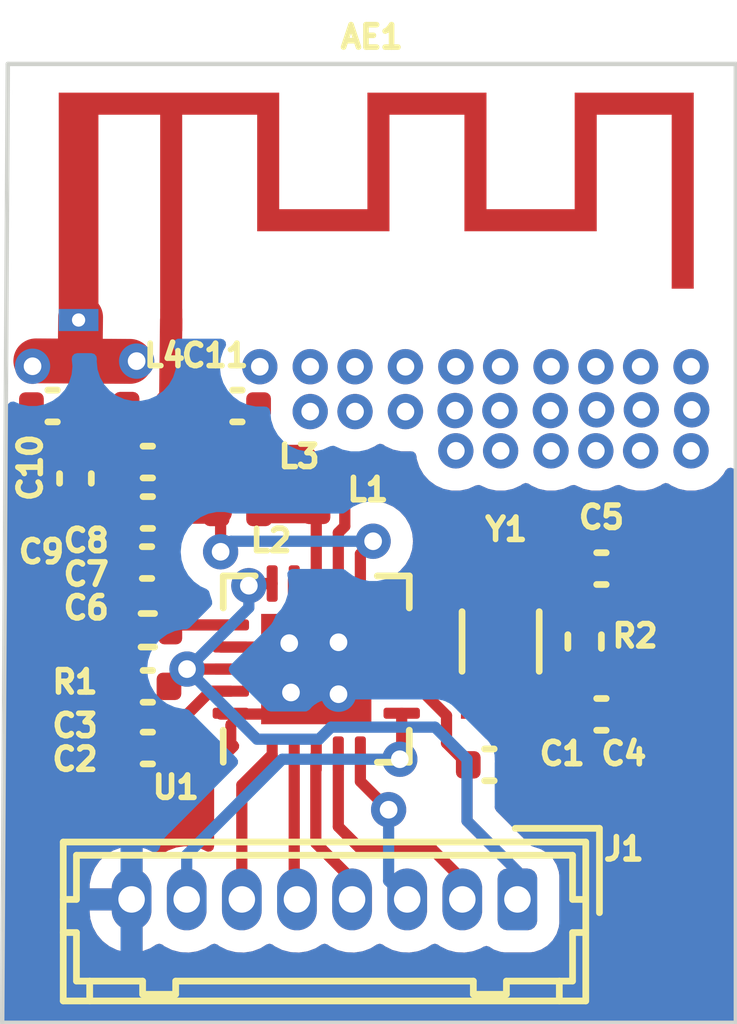
<source format=kicad_pcb>
(kicad_pcb (version 20221018) (generator pcbnew)
  (layers (0 "F.Cu" signal) (31 "B.Cu" signal) (34 "B.Paste" user) (35 "F.Paste" user) (36 "B.SilkS" user "B.Silkscreen") (37 "F.SilkS" user "F.Silkscreen") (38 "B.Mask" user) (39 "F.Mask" user) (44 "Edge.Cuts" user))
  (net 0 "")
  (net 1 "Net-(AE1-A)")
  (net 2 "VDD")
  (net 3 "GND")
  (net 4 "Net-(U1-DVDD)")
  (net 5 "Net-(U1-XC2)")
  (net 6 "Net-(U1-XC1)")
  (net 7 "Net-(U1-VDD_PA)")
  (net 8 "Net-(C8-Pad1)")
  (net 9 "Net-(C10-Pad2)")
  (net 10 "Net-(J1-Pin_2)")
  (net 11 "Net-(J1-Pin_3)")
  (net 12 "Net-(J1-Pin_4)")
  (net 13 "Net-(J1-Pin_5)")
  (net 14 "Net-(J1-Pin_6)")
  (net 15 "Net-(J1-Pin_7)")
  (net 16 "Net-(U1-ANT1)")
  (net 17 "Net-(U1-ANT2)")
  (net 18 "Net-(U1-IREF)")
  (footprint "Inductor_SMD:L_0402_1005Metric" (layer "F.Cu") (at 127.795 83.683 180)
    (fp_text reference "L3" (at -1.364 -0.01) (layer "F.SilkS") (effects (font (size 0.508 0.508) (thickness 0.1524))))
    (fp_text value "3n9")
    (pad "1" smd roundrect (at -0.485 0 180) (size 0.59 0.64) (layers "F.Cu" "F.Paste" "F.Mask") (net 16 "Net-(U1-ANT1)"))
    (pad "2" smd roundrect (at 0.485 0 180) (size 0.59 0.64) (layers "F.Cu" "F.Paste" "F.Mask") (net 8 "Net-(C8-Pad1)"))
  )
  (footprint "Connector_Hirose:Hirose_DF13-08P-1.25DSA_1x08_P1.25mm_Vertical" (layer "F.Cu") (at 134.112 93.726 180)
    (fp_text reference "J1" (at -2.413 1.143) (layer "F.SilkS") (effects (font (size 0.508 0.508) (thickness 0.1524))))
    (fp_text value "Conn_01x08_Pin")
    (fp_line (start -1.86 -0.3) (end -1.86 1.61) (stroke (width 0.1524)) (layer "F.SilkS"))
    (fp_line (start -1.86 1.61) (end 0.05 1.61) (stroke (width 0.1524)) (layer "F.SilkS"))
    (fp_line (start -1.55 -2.3) (end -1.55 1.3) (stroke (width 0.1524)) (layer "F.SilkS"))
    (fp_line (start -1.55 -0.75) (end -1.25 -0.75) (stroke (width 0.1524)) (layer "F.SilkS"))
    (fp_line (start -1.55 0) (end -1.25 0) (stroke (width 0.1524)) (layer "F.SilkS"))
    (fp_line (start -1.55 1.3) (end 10.3 1.3) (stroke (width 0.1524)) (layer "F.SilkS"))
    (fp_line (start -1.25 -1.85) (end -0.95 -1.85) (stroke (width 0.1524)) (layer "F.SilkS"))
    (fp_line (start -1.25 -0.75) (end -1.25 -1.85) (stroke (width 0.1524)) (layer "F.SilkS"))
    (fp_line (start -1.25 0) (end -1.25 1) (stroke (width 0.1524)) (layer "F.SilkS"))
    (fp_line (start -1.25 1) (end 10 1) (stroke (width 0.1524)) (layer "F.SilkS"))
    (fp_line (start -0.95 -1.85) (end -0.95 -2.3) (stroke (width 0.1524)) (layer "F.SilkS"))
    (fp_line (start -0.95 -1.85) (end 0.25 -1.85) (stroke (width 0.1524)) (layer "F.SilkS"))
    (fp_line (start 0.25 -2.15) (end 1 -2.15) (stroke (width 0.1524)) (layer "F.SilkS"))
    (fp_line (start 0.25 -1.85) (end 0.25 -2.15) (stroke (width 0.1524)) (layer "F.SilkS"))
    (fp_line (start 1 -2.15) (end 1 -1.85) (stroke (width 0.1524)) (layer "F.SilkS"))
    (fp_line (start 1 -1.85) (end 7.75 -1.85) (stroke (width 0.1524)) (layer "F.SilkS"))
    (fp_line (start 7.75 -2.15) (end 8.5 -2.15) (stroke (width 0.1524)) (layer "F.SilkS"))
    (fp_line (start 7.75 -1.85) (end 7.75 -2.15) (stroke (width 0.1524)) (layer "F.SilkS"))
    (fp_line (start 8.5 -2.15) (end 8.5 -1.85) (stroke (width 0.1524)) (layer "F.SilkS"))
    (fp_line (start 8.5 -1.85) (end 9.7 -1.85) (stroke (width 0.1524)) (layer "F.SilkS"))
    (fp_line (start 9.7 -1.85) (end 9.7 -2.3) (stroke (width 0.1524)) (layer "F.SilkS"))
    (fp_line (start 10 -1.85) (end 9.7 -1.85) (stroke (width 0.1524)) (layer "F.SilkS"))
    (fp_line (start 10 -0.75) (end 10 -1.85) (stroke (width 0.1524)) (layer "F.SilkS"))
    (fp_line (start 10 0) (end 10.3 0) (stroke (width 0.1524)) (layer "F.SilkS"))
    (fp_line (start 10 1) (end 10 0) (stroke (width 0.1524)) (layer "F.SilkS"))
    (fp_line (start 10.3 -2.3) (end -1.55 -2.3) (stroke (width 0.1524)) (layer "F.SilkS"))
    (fp_line (start 10.3 -0.75) (end 10 -0.75) (stroke (width 0.1524)) (layer "F.SilkS"))
    (fp_line (start 10.3 1.3) (end 10.3 -2.3) (stroke (width 0.1524)) (layer "F.SilkS"))
    (pad "1" thru_hole roundrect (at 0 0 180) (size 0.9 1.4) (drill 0.6) (layers "*.Cu" "*.Mask") (net 2 "VDD"))
    (pad "2" thru_hole oval (at 1.25 0 180) (size 0.9 1.4) (drill 0.6) (layers "*.Cu" "*.Mask") (net 10 "Net-(J1-Pin_2)"))
    (pad "3" thru_hole oval (at 2.5 0 180) (size 0.9 1.4) (drill 0.6) (layers "*.Cu" "*.Mask") (net 11 "Net-(J1-Pin_3)"))
    (pad "4" thru_hole oval (at 3.75 0 180) (size 0.9 1.4) (drill 0.6) (layers "*.Cu" "*.Mask") (net 12 "Net-(J1-Pin_4)"))
    (pad "5" thru_hole oval (at 5 0 180) (size 0.9 1.4) (drill 0.6) (layers "*.Cu" "*.Mask") (net 13 "Net-(J1-Pin_5)"))
    (pad "6" thru_hole oval (at 6.25 0 180) (size 0.9 1.4) (drill 0.6) (layers "*.Cu" "*.Mask") (net 14 "Net-(J1-Pin_6)"))
    (pad "7" thru_hole oval (at 7.5 0 180) (size 0.9 1.4) (drill 0.6) (layers "*.Cu" "*.Mask") (net 15 "Net-(J1-Pin_7)"))
    (pad "8" thru_hole oval (at 8.75 0 180) (size 0.9 1.4) (drill 0.6) (layers "*.Cu" "*.Mask") (net 3 "GND"))
  )
  (footprint "Capacitor_SMD:C_0402_1005Metric" (layer "F.Cu") (at 127.762 82.55 180)
    (fp_text reference "C11" (at 0.508 1.143) (layer "F.SilkS") (effects (font (size 0.508 0.508) (thickness 0.1524))))
    (fp_text value "Cx")
    (fp_line (start -0.107836 -0.36) (end 0.107836 -0.36) (stroke (width 0.1524)) (layer "F.SilkS"))
    (fp_line (start -0.107836 0.36) (end 0.107836 0.36) (stroke (width 0.1524)) (layer "F.SilkS"))
    (pad "1" smd roundrect (at -0.48 0 180) (size 0.56 0.62) (layers "F.Cu" "F.Paste" "F.Mask") (net 3 "GND"))
    (pad "2" smd roundrect (at 0.48 0 180) (size 0.56 0.62) (layers "F.Cu" "F.Paste" "F.Mask") (net 1 "Net-(AE1-A)"))
  )
  (footprint "Capacitor_SMD:C_0402_1005Metric" (layer "F.Cu") (at 125.73 88.9 180)
    (fp_text reference "C3" (at 1.651 -0.889) (layer "F.SilkS") (effects (font (size 0.508 0.508) (thickness 0.1524))))
    (fp_text value "1n")
    (fp_line (start -0.107836 -0.36) (end 0.107836 -0.36) (stroke (width 0.1524)) (layer "F.SilkS"))
    (fp_line (start -0.107836 0.36) (end 0.107836 0.36) (stroke (width 0.1524)) (layer "F.SilkS"))
    (pad "1" smd roundrect (at -0.48 0 180) (size 0.56 0.62) (layers "F.Cu" "F.Paste" "F.Mask") (net 2 "VDD"))
    (pad "2" smd roundrect (at 0.48 0 180) (size 0.56 0.62) (layers "F.Cu" "F.Paste" "F.Mask") (net 3 "GND"))
  )
  (footprint "Capacitor_SMD:C_0402_1005Metric" (layer "F.Cu") (at 125.73 90.297 180)
    (fp_text reference "C2" (at 1.651 -0.254) (layer "F.SilkS") (effects (font (size 0.508 0.508) (thickness 0.1524))))
    (fp_text value "33n")
    (fp_line (start -0.107836 -0.36) (end 0.107836 -0.36) (stroke (width 0.1524)) (layer "F.SilkS"))
    (fp_line (start -0.107836 0.36) (end 0.107836 0.36) (stroke (width 0.1524)) (layer "F.SilkS"))
    (pad "1" smd roundrect (at -0.48 0 180) (size 0.56 0.62) (layers "F.Cu" "F.Paste" "F.Mask") (net 4 "Net-(U1-DVDD)"))
    (pad "2" smd roundrect (at 0.48 0 180) (size 0.56 0.62) (layers "F.Cu" "F.Paste" "F.Mask") (net 3 "GND"))
  )
  (footprint "Inductor_SMD:L_0402_1005Metric" (layer "F.Cu") (at 127.772 84.953 180)
    (fp_text reference "L2" (at -0.752 -0.645) (layer "F.SilkS") (effects (font (size 0.508 0.508) (thickness 0.1524))))
    (fp_text value "2n7")
    (pad "1" smd roundrect (at -0.485 0 180) (size 0.59 0.64) (layers "F.Cu" "F.Paste" "F.Mask") (net 17 "Net-(U1-ANT2)"))
    (pad "2" smd roundrect (at 0.485 0 180) (size 0.59 0.64) (layers "F.Cu" "F.Paste" "F.Mask") (net 7 "Net-(U1-VDD_PA)"))
  )
  (footprint "Capacitor_SMD:C_0402_1005Metric" (layer "F.Cu") (at 123.571 82.55)
    (fp_text reference "C10" (at -0.508 1.397 -90) (layer "F.SilkS") (effects (font (size 0.508 0.508) (thickness 0.1524))))
    (fp_text value "Cx")
    (fp_line (start -0.107836 -0.36) (end 0.107836 -0.36) (stroke (width 0.1524)) (layer "F.SilkS"))
    (fp_line (start -0.107836 0.36) (end 0.107836 0.36) (stroke (width 0.1524)) (layer "F.SilkS"))
    (pad "1" smd roundrect (at -0.48 0) (size 0.56 0.62) (layers "F.Cu" "F.Paste" "F.Mask") (net 3 "GND"))
    (pad "2" smd roundrect (at 0.48 0) (size 0.56 0.62) (layers "F.Cu" "F.Paste" "F.Mask") (net 9 "Net-(C10-Pad2)"))
  )
  (footprint "Resistor_SMD:R_0402_1005Metric" (layer "F.Cu") (at 125.73 87.63 180)
    (fp_text reference "R1" (at 1.651 -1.17) (layer "F.SilkS") (effects (font (size 0.508 0.508) (thickness 0.1524))))
    (fp_text value "22k")
    (fp_line (start -0.153641 -0.38) (end 0.153641 -0.38) (stroke (width 0.1524)) (layer "F.SilkS"))
    (fp_line (start -0.153641 0.38) (end 0.153641 0.38) (stroke (width 0.1524)) (layer "F.SilkS"))
    (pad "1" smd roundrect (at -0.51 0 180) (size 0.54 0.64) (layers "F.Cu" "F.Paste" "F.Mask") (net 18 "Net-(U1-IREF)"))
    (pad "2" smd roundrect (at 0.51 0 180) (size 0.54 0.64) (layers "F.Cu" "F.Paste" "F.Mask") (net 3 "GND"))
  )
  (footprint "RF_Antenna:Texas_SWRA117D_2.4GHz_Right" (layer "F.Cu") (at 126.26 80.603)
    (fp_text reference "AE1" (at 4.55 -6.41) (layer "F.SilkS") (effects (font (size 0.508 0.508) (thickness 0.1524))))
    (fp_text value "Antenna")
    (fp_poly (pts (xy 2.45 -2.51) (xy 4.45 -2.51) (xy 4.45 -5.15) (xy 7.15 -5.15) (xy 7.15 -2.51) (xy 9.15 -2.51) (xy 9.15 -5.15) (xy 11.85 -5.15) (xy 11.85 -0.71) (xy 11.35 -0.71) (xy 11.35 -4.65) (xy 9.65 -4.65) (xy 9.65 -2.01) (xy 6.65 -2.01) (xy 6.65 -4.65) (xy 4.95 -4.65) (xy 4.95 -2.01) (xy 1.95 -2.01) (xy 1.95 -4.65) (xy 0.25 -4.65) (xy 0.25 0.25) (xy -0.25 0.25) (xy -0.25 -4.65) (xy -1.65 -4.65) (xy -1.65 0.25) (xy -2.55 0.25) (xy -2.55 0.006785) (xy -2.247583 0.006785) (xy -2.237742 0.054395) (xy -2.213674 0.096797) (xy -2.175731 0.129581) (xy -2.167819 0.133935) (xy -2.125156 0.146043) (xy -2.076637 0.1453) (xy -2.031122 0.1324) (xy -2.012511 0.121787) (xy -1.978868 0.086553) (xy -1.958309 0.041368) (xy -1.951778 -0.008158) (xy -1.960218 -0.056417) (xy -1.977112 -0.088643) (xy -2.012372 -0.121313) (xy -2.057682 -0.141408) (xy -2.107267 -0.147982) (xy -2.155353 -0.140092) (xy -2.188245 -0.123186) (xy -2.223185 -0.086416) (xy -2.242847 -0.041622) (xy -2.247583 0.006785) (xy -2.55 0.006785) (xy -2.55 -5.15) (xy 2.45 -5.15) (xy 2.45 -2.51)) (fill solid) (layer "F.Cu"))
    (pad "1" connect rect (at 0 0) (size 0.5 0.5) (layers "F.Cu") (net 1 "Net-(AE1-A)"))
    (pad "2" thru_hole rect (at -2.1 0) (size 0.9 0.5) (drill 0.3) (layers "*.Cu"))
  )
  (footprint "Resistor_SMD:R_0402_1005Metric" (layer "F.Cu") (at 135.636 87.884 90)
    (fp_text reference "R2" (at 0.127 1.143 180) (layer "F.SilkS") (effects (font (size 0.508 0.508) (thickness 0.1524))))
    (fp_text value "10M")
    (fp_line (start -0.153641 -0.38) (end 0.153641 -0.38) (stroke (width 0.1524)) (layer "F.SilkS"))
    (fp_line (start -0.153641 0.38) (end 0.153641 0.38) (stroke (width 0.1524)) (layer "F.SilkS"))
    (pad "1" smd roundrect (at -0.51 0 90) (size 0.54 0.64) (layers "F.Cu" "F.Paste" "F.Mask") (net 5 "Net-(U1-XC2)"))
    (pad "2" smd roundrect (at 0.51 0 90) (size 0.54 0.64) (layers "F.Cu" "F.Paste" "F.Mask") (net 6 "Net-(U1-XC1)"))
  )
  (footprint "Inductor_SMD:L_0402_1005Metric" (layer "F.Cu") (at 129.55 84.445 -90)
    (fp_text reference "L1" (at 0 -1.17 -180) (layer "F.SilkS") (effects (font (size 0.508 0.508) (thickness 0.1524))))
    (fp_text value "8n2")
    (pad "1" smd roundrect (at -0.485 0 270) (size 0.59 0.64) (layers "F.Cu" "F.Paste" "F.Mask") (net 16 "Net-(U1-ANT1)"))
    (pad "2" smd roundrect (at 0.485 0 270) (size 0.59 0.64) (layers "F.Cu" "F.Paste" "F.Mask") (net 17 "Net-(U1-ANT2)"))
  )
  (footprint "Capacitor_SMD:C_0402_1005Metric" (layer "F.Cu") (at 133.477 90.678)
    (fp_text reference "C1" (at 1.651 -0.254) (layer "F.SilkS") (effects (font (size 0.508 0.508) (thickness 0.1524))))
    (fp_text value "10n")
    (fp_line (start -0.107836 -0.36) (end 0.107836 -0.36) (stroke (width 0.1524)) (layer "F.SilkS"))
    (fp_line (start -0.107836 0.36) (end 0.107836 0.36) (stroke (width 0.1524)) (layer "F.SilkS"))
    (pad "1" smd roundrect (at -0.48 0) (size 0.56 0.62) (layers "F.Cu" "F.Paste" "F.Mask") (net 2 "VDD"))
    (pad "2" smd roundrect (at 0.48 0) (size 0.56 0.62) (layers "F.Cu" "F.Paste" "F.Mask") (net 3 "GND"))
  )
  (footprint "Capacitor_SMD:C_0402_1005Metric" (layer "F.Cu") (at 124.089 84.191 90)
    (fp_text reference "C9" (at -1.661 -0.772 180) (layer "F.SilkS") (effects (font (size 0.508 0.508) (thickness 0.1524))))
    (fp_text value "1p")
    (fp_line (start -0.107836 -0.36) (end 0.107836 -0.36) (stroke (width 0.1524)) (layer "F.SilkS"))
    (fp_line (start -0.107836 0.36) (end 0.107836 0.36) (stroke (width 0.1524)) (layer "F.SilkS"))
    (pad "1" smd roundrect (at -0.48 0 90) (size 0.56 0.62) (layers "F.Cu" "F.Paste" "F.Mask") (net 3 "GND"))
    (pad "2" smd roundrect (at 0.48 0 90) (size 0.56 0.62) (layers "F.Cu" "F.Paste" "F.Mask") (net 9 "Net-(C10-Pad2)"))
  )
  (footprint "Crystal:Crystal_SMD_3215-2Pin_3.2x1.5mm" (layer "F.Cu") (at 133.731 87.884 -90)
    (fp_text reference "Y1" (at -2.54 -0.127 -180) (layer "F.SilkS") (effects (font (size 0.508 0.508) (thickness 0.1524))))
    (fp_text value "16MHz")
    (fp_line (start -0.675 -0.875) (end 0.675 -0.875) (stroke (width 0.1524)) (layer "F.SilkS"))
    (fp_line (start -0.675 0.875) (end 0.675 0.875) (stroke (width 0.1524)) (layer "F.SilkS"))
    (pad "1" smd rect (at 1.25 0 270) (size 1 1.8) (layers "F.Cu" "F.Paste" "F.Mask") (net 5 "Net-(U1-XC2)"))
    (pad "2" smd rect (at -1.25 0 270) (size 1 1.8) (layers "F.Cu" "F.Paste" "F.Mask") (net 6 "Net-(U1-XC1)"))
  )
  (footprint "Capacitor_SMD:C_0402_1005Metric" (layer "F.Cu") (at 125.73 83.82 180)
    (fp_text reference "C8" (at 1.397 -1.778) (layer "F.SilkS") (effects (font (size 0.508 0.508) (thickness 0.1524))))
    (fp_text value "1p5")
    (fp_line (start -0.107836 -0.36) (end 0.107836 -0.36) (stroke (width 0.1524)) (layer "F.SilkS"))
    (fp_line (start -0.107836 0.36) (end 0.107836 0.36) (stroke (width 0.1524)) (layer "F.SilkS"))
    (pad "1" smd roundrect (at -0.48 0 180) (size 0.56 0.62) (layers "F.Cu" "F.Paste" "F.Mask") (net 8 "Net-(C8-Pad1)"))
    (pad "2" smd roundrect (at 0.48 0 180) (size 0.56 0.62) (layers "F.Cu" "F.Paste" "F.Mask") (net 9 "Net-(C10-Pad2)"))
  )
  (footprint "Capacitor_SMD:C_0402_1005Metric" (layer "F.Cu") (at 136.017 86.233)
    (fp_text reference "C5" (at 0 -1.16) (layer "F.SilkS") (effects (font (size 0.508 0.508) (thickness 0.1524))))
    (fp_text value "22p")
    (fp_line (start -0.107836 -0.36) (end 0.107836 -0.36) (stroke (width 0.1524)) (layer "F.SilkS"))
    (fp_line (start -0.107836 0.36) (end 0.107836 0.36) (stroke (width 0.1524)) (layer "F.SilkS"))
    (pad "1" smd roundrect (at -0.48 0) (size 0.56 0.62) (layers "F.Cu" "F.Paste" "F.Mask") (net 6 "Net-(U1-XC1)"))
    (pad "2" smd roundrect (at 0.48 0) (size 0.56 0.62) (layers "F.Cu" "F.Paste" "F.Mask") (net 3 "GND"))
  )
  (footprint "Capacitor_SMD:C_0402_1005Metric" (layer "F.Cu") (at 136.017 89.535)
    (fp_text reference "C4" (at 0.508 0.889) (layer "F.SilkS") (effects (font (size 0.508 0.508) (thickness 0.1524))))
    (fp_text value "22p")
    (fp_line (start -0.107836 -0.36) (end 0.107836 -0.36) (stroke (width 0.1524)) (layer "F.SilkS"))
    (fp_line (start -0.107836 0.36) (end 0.107836 0.36) (stroke (width 0.1524)) (layer "F.SilkS"))
    (pad "1" smd roundrect (at -0.48 0) (size 0.56 0.62) (layers "F.Cu" "F.Paste" "F.Mask") (net 5 "Net-(U1-XC2)"))
    (pad "2" smd roundrect (at 0.48 0) (size 0.56 0.62) (layers "F.Cu" "F.Paste" "F.Mask") (net 3 "GND"))
  )
  (footprint "Capacitor_SMD:C_0402_1005Metric" (layer "F.Cu") (at 125.73 84.963 180)
    (fp_text reference "C7" (at 1.397 -1.397) (layer "F.SilkS") (effects (font (size 0.508 0.508) (thickness 0.1524))))
    (fp_text value "C_Small")
    (fp_line (start -0.107836 -0.36) (end 0.107836 -0.36) (stroke (width 0.1524)) (layer "F.SilkS"))
    (fp_line (start -0.107836 0.36) (end 0.107836 0.36) (stroke (width 0.1524)) (layer "F.SilkS"))
    (pad "1" smd roundrect (at -0.48 0 180) (size 0.56 0.62) (layers "F.Cu" "F.Paste" "F.Mask") (net 7 "Net-(U1-VDD_PA)"))
    (pad "2" smd roundrect (at 0.48 0 180) (size 0.56 0.62) (layers "F.Cu" "F.Paste" "F.Mask") (net 3 "GND"))
  )
  (footprint "Package_DFN_QFN:QFN-20-1EP_4x4mm_P0.5mm_EP2.5x2.5mm" (layer "F.Cu") (at 129.55 88.509 90)
    (fp_text reference "U1" (at -2.677 -3.185 180) (layer "F.SilkS") (effects (font (size 0.508 0.508) (thickness 0.1524))))
    (fp_text value "NRF24L01")
    (fp_line (start -2.11 2.11) (end -2.11 1.385) (stroke (width 0.1524)) (layer "F.SilkS"))
    (fp_line (start -1.385 -2.11) (end -2.11 -2.11) (stroke (width 0.1524)) (layer "F.SilkS"))
    (fp_line (start -1.385 2.11) (end -2.11 2.11) (stroke (width 0.1524)) (layer "F.SilkS"))
    (fp_line (start 1.385 -2.11) (end 2.11 -2.11) (stroke (width 0.1524)) (layer "F.SilkS"))
    (fp_line (start 1.385 2.11) (end 2.11 2.11) (stroke (width 0.1524)) (layer "F.SilkS"))
    (fp_line (start 2.11 -2.11) (end 2.11 -1.385) (stroke (width 0.1524)) (layer "F.SilkS"))
    (fp_line (start 2.11 2.11) (end 2.11 1.385) (stroke (width 0.1524)) (layer "F.SilkS"))
    (pad "1" smd roundrect (at -1.9375 -1 90) (size 0.825 0.25) (layers "F.Cu" "F.Paste" "F.Mask") (net 14 "Net-(J1-Pin_6)"))
    (pad "2" smd roundrect (at -1.9375 -0.5 90) (size 0.825 0.25) (layers "F.Cu" "F.Paste" "F.Mask") (net 13 "Net-(J1-Pin_5)"))
    (pad "3" smd roundrect (at -1.9375 0 90) (size 0.825 0.25) (layers "F.Cu" "F.Paste" "F.Mask") (net 12 "Net-(J1-Pin_4)"))
    (pad "4" smd roundrect (at -1.9375 0.5 90) (size 0.825 0.25) (layers "F.Cu" "F.Paste" "F.Mask") (net 10 "Net-(J1-Pin_2)"))
    (pad "5" smd roundrect (at -1.9375 1 90) (size 0.825 0.25) (layers "F.Cu" "F.Paste" "F.Mask") (net 11 "Net-(J1-Pin_3)"))
    (pad "6" smd roundrect (at -1 1.9375 90) (size 0.25 0.825) (layers "F.Cu" "F.Paste" "F.Mask") (net 15 "Net-(J1-Pin_7)"))
    (pad "7" smd roundrect (at -0.5 1.9375 90) (size 0.25 0.825) (layers "F.Cu" "F.Paste" "F.Mask") (net 2 "VDD"))
    (pad "8" smd roundrect (at 0 1.9375 90) (size 0.25 0.825) (layers "F.Cu" "F.Paste" "F.Mask") (net 3 "GND"))
    (pad "9" smd roundrect (at 0.5 1.9375 90) (size 0.25 0.825) (layers "F.Cu" "F.Paste" "F.Mask") (net 5 "Net-(U1-XC2)"))
    (pad "10" smd roundrect (at 1 1.9375 90) (size 0.25 0.825) (layers "F.Cu" "F.Paste" "F.Mask") (net 6 "Net-(U1-XC1)"))
    (pad "11" smd roundrect (at 1.9375 1 90) (size 0.825 0.25) (layers "F.Cu" "F.Paste" "F.Mask") (net 7 "Net-(U1-VDD_PA)"))
    (pad "12" smd roundrect (at 1.9375 0.5 90) (size 0.825 0.25) (layers "F.Cu" "F.Paste" "F.Mask") (net 16 "Net-(U1-ANT1)"))
    (pad "13" smd roundrect (at 1.9375 0 90) (size 0.825 0.25) (layers "F.Cu" "F.Paste" "F.Mask") (net 17 "Net-(U1-ANT2)"))
    (pad "14" smd roundrect (at 1.9375 -0.5 90) (size 0.825 0.25) (layers "F.Cu" "F.Paste" "F.Mask") (net 3 "GND"))
    (pad "15" smd roundrect (at 1.9375 -1 90) (size 0.825 0.25) (layers "F.Cu" "F.Paste" "F.Mask") (net 2 "VDD"))
    (pad "16" smd roundrect (at 1 -1.9375 90) (size 0.25 0.825) (layers "F.Cu" "F.Paste" "F.Mask") (net 18 "Net-(U1-IREF)"))
    (pad "17" smd roundrect (at 0.5 -1.9375 90) (size 0.25 0.825) (layers "F.Cu" "F.Paste" "F.Mask") (net 3 "GND"))
    (pad "18" smd roundrect (at 0 -1.9375 90) (size 0.25 0.825) (layers "F.Cu" "F.Paste" "F.Mask") (net 2 "VDD"))
    (pad "19" smd roundrect (at -0.5 -1.9375 90) (size 0.25 0.825) (layers "F.Cu" "F.Paste" "F.Mask") (net 4 "Net-(U1-DVDD)"))
    (pad "20" smd roundrect (at -1 -1.9375 90) (size 0.25 0.825) (layers "F.Cu" "F.Paste" "F.Mask") (net 3 "GND"))
    (pad "21" smd rect (at 0 0 90) (size 2.5 2.5) (layers "F.Cu" "F.Mask"))
  )
  (footprint "Capacitor_SMD:C_0402_1005Metric" (layer "F.Cu") (at 125.712 86.096 180)
    (fp_text reference "C6" (at 1.379 -1.026) (layer "F.SilkS") (effects (font (size 0.508 0.508) (thickness 0.1524))))
    (fp_text value "C_Small")
    (fp_line (start -0.107836 -0.36) (end 0.107836 -0.36) (stroke (width 0.1524)) (layer "F.SilkS"))
    (fp_line (start -0.107836 0.36) (end 0.107836 0.36) (stroke (width 0.1524)) (layer "F.SilkS"))
    (pad "1" smd roundrect (at -0.48 0 180) (size 0.56 0.62) (layers "F.Cu" "F.Paste" "F.Mask") (net 7 "Net-(U1-VDD_PA)"))
    (pad "2" smd roundrect (at 0.48 0 180) (size 0.56 0.62) (layers "F.Cu" "F.Paste" "F.Mask") (net 3 "GND"))
  )
  (footprint "Inductor_SMD:L_0402_1005Metric" (layer "F.Cu") (at 125.73 82.55)
    (fp_text reference "L4" (at 0.381 -1.143) (layer "F.SilkS") (effects (font (size 0.508 0.508) (thickness 0.1524))))
    (fp_text value "Lx")
    (pad "1" smd roundrect (at -0.485 0) (size 0.59 0.64) (layers "F.Cu" "F.Paste" "F.Mask") (net 9 "Net-(C10-Pad2)"))
    (pad "2" smd roundrect (at 0.485 0) (size 0.59 0.64) (layers "F.Cu" "F.Paste" "F.Mask") (net 1 "Net-(AE1-A)"))
  )
  (gr_line (start 123.19 81.5285) (end 125.32775 81.5395) (stroke (width 1.016)) (layer "F.Cu"))
  (gr_line (start 124.206 80.53925) (end 124.195 81.51275) (stroke (width 1.016)) (layer "F.Cu"))
  (gr_line (start 126.26 80.603) (end 126.238 82.55) (stroke (width 0.508)) (layer "F.Cu"))
  (gr_line (start 139.065 74.803) (end 139.065 96.52) (stroke (width 0.1)) (layer "Edge.Cuts"))
  (gr_line (start 139.065 96.52) (end 122.428 96.52) (stroke (width 0.1)) (layer "Edge.Cuts"))
  (gr_line (start 122.555 74.803) (end 139.065 74.803) (stroke (width 0.1)) (layer "Edge.Cuts"))
  (gr_line (start 122.428 96.52) (end 122.555 74.803) (stroke (width 0.1)) (layer "Edge.Cuts"))
  (via (at 138.049 81.661) (size 0.8) (drill 0.4) (layers "F.Cu" "B.Cu") (net 0))
  (via (at 125.476 81.534) (size 0.8) (drill 0.4) (layers "F.Cu" "B.Cu") (net 0))
  (via (at 132.715 81.661) (size 0.8) (drill 0.4) (layers "F.Cu" "B.Cu") (net 0))
  (via (at 136.92217 82.636736) (size 0.8) (drill 0.4) (layers "F.Cu" "B.Cu") (net 0))
  (via (at 133.731 81.661) (size 0.8) (drill 0.4) (layers "F.Cu" "B.Cu") (net 0))
  (via (at 134.857829 82.654018) (size 0.8) (drill 0.4) (layers "F.Cu" "B.Cu") (net 0))
  (via (at 133.714829 82.654018) (size 0.8) (drill 0.4) (layers "F.Cu" "B.Cu") (net 0))
  (via (at 130.429 81.661) (size 0.8) (drill 0.4) (layers "F.Cu" "B.Cu") (net 0))
  (via (at 123.116238 81.650019) (size 0.8) (drill 0.4) (layers "F.Cu" "B.Cu") (net 0))
  (via (at 138.06517 82.636736) (size 0.8) (drill 0.4) (layers "F.Cu" "B.Cu") (net 0))
  (via (at 129.413 81.661) (size 0.8) (drill 0.4) (layers "F.Cu" "B.Cu") (net 0))
  (via (at 132.715 83.566) (size 0.8) (drill 0.4) (layers "F.Cu" "B.Cu") (net 0))
  (via (at 136.906 83.566) (size 0.8) (drill 0.4) (layers "F.Cu" "B.Cu") (net 0))
  (via (at 133.731 83.566) (size 0.8) (drill 0.4) (layers "F.Cu" "B.Cu") (net 0))
  (via (at 135.89 81.661) (size 0.8) (drill 0.4) (layers "F.Cu" "B.Cu") (net 0))
  (via (at 138.049 83.566) (size 0.8) (drill 0.4) (layers "F.Cu" "B.Cu") (net 0))
  (via (at 128.27 81.661) (size 0.8) (drill 0.4) (layers "F.Cu" "B.Cu") (net 0))
  (via (at 131.572 81.661) (size 0.8) (drill 0.4) (layers "F.Cu" "B.Cu") (net 0))
  (via (at 130.429 82.677) (size 0.8) (drill 0.4) (layers "F.Cu" "B.Cu") (net 0))
  (via (at 131.572 82.677) (size 0.8) (drill 0.4) (layers "F.Cu" "B.Cu") (net 0))
  (via (at 129.413 82.677) (size 0.8) (drill 0.4) (layers "F.Cu" "B.Cu") (net 0))
  (via (at 136.906 81.661) (size 0.8) (drill 0.4) (layers "F.Cu" "B.Cu") (net 0))
  (via (at 132.698829 82.654018) (size 0.8) (drill 0.4) (layers "F.Cu" "B.Cu") (net 0))
  (via (at 134.874 81.661) (size 0.8) (drill 0.4) (layers "F.Cu" "B.Cu") (net 0))
  (via (at 135.89 83.566) (size 0.8) (drill 0.4) (layers "F.Cu" "B.Cu") (net 0))
  (via (at 134.874 83.566) (size 0.8) (drill 0.4) (layers "F.Cu" "B.Cu") (net 0))
  (via (at 135.90617 82.636736) (size 0.8) (drill 0.4) (layers "F.Cu" "B.Cu") (net 0))
  (segment (start 126.215 82.55) (end 127.282 82.55) (width 0.508) (layer "F.Cu") (net 1))
  (segment (start 127.6125 88.509) (end 126.601 88.509) (width 0.254) (layer "F.Cu") (net 2))
  (segment (start 131.4875 89.009) (end 131.950836 89.009) (width 0.254) (layer "F.Cu") (net 2))
  (segment (start 134.112 93.726) (end 134.112 93.091) (width 0.254) (layer "F.Cu") (net 2))
  (segment (start 131.950836 89.009) (end 132.504 89.562164) (width 0.254) (layer "F.Cu") (net 2))
  (segment (start 132.969 91.948) (end 132.969 90.706) (width 0.254) (layer "F.Cu") (net 2))
  (segment (start 132.504 90.185) (end 132.997 90.678) (width 0.254) (layer "F.Cu") (net 2))
  (segment (start 132.504 89.562164) (end 132.504 90.185) (width 0.254) (layer "F.Cu") (net 2))
  (segment (start 134.112 93.091) (end 132.969 91.948) (width 0.254) (layer "F.Cu") (net 2))
  (segment (start 128.069205 86.5715) (end 128.020866 86.619839) (width 0.254) (layer "F.Cu") (net 2))
  (segment (start 132.969 90.706) (end 132.997 90.678) (width 0.254) (layer "F.Cu") (net 2))
  (segment (start 128.55 86.5715) (end 128.069205 86.5715) (width 0.254) (layer "F.Cu") (net 2))
  (segment (start 126.601 88.509) (end 126.21 88.9) (width 0.254) (layer "F.Cu") (net 2))
  (via (at 128.020866 86.619839) (size 0.8) (drill 0.4) (layers "F.Cu" "B.Cu") (net 2))
  (via (at 126.619 88.509) (size 0.8) (drill 0.4) (layers "F.Cu" "B.Cu") (net 2))
  (segment (start 128.207 90.097) (end 129.613 90.097) (width 0.254) (layer "B.Cu") (net 2))
  (segment (start 132.242 89.824) (end 132.969 90.551) (width 0.254) (layer "B.Cu") (net 2))
  (segment (start 128.020866 86.619839) (end 128.020866 87.117134) (width 0.254) (layer "B.Cu") (net 2))
  (segment (start 128.020866 87.117134) (end 126.629 88.509) (width 0.254) (layer "B.Cu") (net 2))
  (segment (start 129.886 89.824) (end 132.242 89.824) (width 0.254) (layer "B.Cu") (net 2))
  (segment (start 134.112 93.091) (end 134.112 93.726) (width 0.254) (layer "B.Cu") (net 2))
  (segment (start 132.969 90.551) (end 132.969 91.948) (width 0.254) (layer "B.Cu") (net 2))
  (segment (start 129.613 90.097) (end 129.886 89.824) (width 0.254) (layer "B.Cu") (net 2))
  (segment (start 126.619 88.509) (end 128.207 90.097) (width 0.254) (layer "B.Cu") (net 2))
  (segment (start 132.969 91.948) (end 134.112 93.091) (width 0.254) (layer "B.Cu") (net 2))
  (segment (start 126.629 88.509) (end 126.619 88.509) (width 0.254) (layer "B.Cu") (net 2))
  (segment (start 127.385234 89.52815) (end 129.004484 89.52815) (width 0.254) (layer "F.Cu") (net 3))
  (segment (start 129.032 86.487) (end 129.032 88.10625) (width 0.254) (layer "F.Cu") (net 3))
  (segment (start 131.619625 88.519) (end 130.000375 88.519) (width 0.254) (layer "F.Cu") (net 3))
  (segment (start 127.381 88.011) (end 129.00025 88.011) (width 0.254) (layer "F.Cu") (net 3))
  (via (at 130.0543 89.078058) (size 0.8) (drill 0.4) (layers "F.Cu" "B.Cu") (net 3))
  (via (at 128.976353 89.038859) (size 0.8) (drill 0.4) (layers "F.Cu" "B.Cu") (net 3))
  (via (at 130.0543 87.902115) (size 0.8) (drill 0.4) (layers "F.Cu" "B.Cu") (net 3))
  (via (at 128.937155 87.921714) (size 0.8) (drill 0.4) (layers "F.Cu" "B.Cu") (net 3))
  (segment (start 126.21 89.948164) (end 126.21 90.297) (width 0.254) (layer "F.Cu") (net 4))
  (segment (start 127.149164 89.009) (end 126.21 89.948164) (width 0.254) (layer "F.Cu") (net 4))
  (segment (start 127.6125 89.009) (end 127.149164 89.009) (width 0.254) (layer "F.Cu") (net 4))
  (segment (start 135.136 89.134) (end 135.537 89.535) (width 0.254) (layer "F.Cu") (net 5))
  (segment (start 133.731 89.134) (end 135.136 89.134) (width 0.254) (layer "F.Cu") (net 5))
  (segment (start 132.606 88.009) (end 133.731 89.134) (width 0.254) (layer "F.Cu") (net 5))
  (segment (start 135.537 88.493) (end 135.636 88.394) (width 0.254) (layer "F.Cu") (net 5))
  (segment (start 135.537 89.535) (end 135.537 88.493) (width 0.254) (layer "F.Cu") (net 5))
  (segment (start 131.4875 88.009) (end 132.606 88.009) (width 0.254) (layer "F.Cu") (net 5))
  (segment (start 135.136 86.634) (end 135.537 86.233) (width 0.254) (layer "F.Cu") (net 6))
  (segment (start 135.537 86.233) (end 135.537 87.275) (width 0.254) (layer "F.Cu") (net 6))
  (segment (start 132.3625 86.634) (end 133.731 86.634) (width 0.254) (layer "F.Cu") (net 6))
  (segment (start 131.4875 87.509) (end 132.3625 86.634) (width 0.254) (layer "F.Cu") (net 6))
  (segment (start 133.731 86.634) (end 135.136 86.634) (width 0.254) (layer "F.Cu") (net 6))
  (segment (start 135.537 87.275) (end 135.636 87.374) (width 0.254) (layer "F.Cu") (net 6))
  (segment (start 127.287 84.953) (end 127.371 84.953) (width 0.508) (layer "F.Cu") (net 7))
  (segment (start 126.192 86.096) (end 126.192 84.981) (width 0.508) (layer "F.Cu") (net 7))
  (segment (start 127.381 85.047) (end 127.287 84.953) (width 0.254) (layer "F.Cu") (net 7))
  (segment (start 126.192 84.981) (end 126.21 84.963) (width 0.508) (layer "F.Cu") (net 7))
  (segment (start 127.381 85.852) (end 127.381 85.047) (width 0.254) (layer "F.Cu") (net 7))
  (segment (start 130.55 86.5715) (end 130.55 85.902817) (width 0.254) (layer "F.Cu") (net 7))
  (segment (start 127.371 84.953) (end 127.381 84.963) (width 0.508) (layer "F.Cu") (net 7))
  (segment (start 127.381 84.963) (end 126.21 84.963) (width 0.508) (layer "F.Cu") (net 7))
  (segment (start 130.55 85.902817) (end 130.839321 85.613496) (width 0.254) (layer "F.Cu") (net 7))
  (via (at 127.381 85.852) (size 0.8) (drill 0.4) (layers "F.Cu" "B.Cu") (net 7))
  (via (at 130.839321 85.613496) (size 0.8) (drill 0.4) (layers "F.Cu" "B.Cu") (net 7))
  (segment (start 130.839321 85.613496) (end 127.619504 85.613496) (width 0.254) (layer "B.Cu") (net 7))
  (segment (start 127.619504 85.613496) (end 127.381 85.852) (width 0.254) (layer "B.Cu") (net 7))
  (segment (start 126.21 83.82) (end 127.173 83.82) (width 0.508) (layer "F.Cu") (net 8))
  (segment (start 127.173 83.82) (end 127.31 83.683) (width 0.508) (layer "F.Cu") (net 8))
  (segment (start 124.051 83.673) (end 124.089 83.711) (width 0.508) (layer "F.Cu") (net 9))
  (segment (start 125.245 82.55) (end 125.245 83.815) (width 0.508) (layer "F.Cu") (net 9))
  (segment (start 125.245 83.815) (end 125.25 83.82) (width 0.508) (layer "F.Cu") (net 9))
  (segment (start 125.141 83.711) (end 125.25 83.82) (width 0.508) (layer "F.Cu") (net 9))
  (segment (start 124.051 82.55) (end 124.051 83.673) (width 0.508) (layer "F.Cu") (net 9))
  (segment (start 124.089 83.711) (end 125.141 83.711) (width 0.508) (layer "F.Cu") (net 9))
  (segment (start 132.862 93.238) (end 132.862 93.726) (width 0.254) (layer "F.Cu") (net 10))
  (segment (start 132.862 93.272) (end 132.862 93.726) (width 0.254) (layer "F.Cu") (net 10))
  (segment (start 130.05 90.4465) (end 130.05 92.077) (width 0.254) (layer "F.Cu") (net 10))
  (segment (start 130.05 92.077) (end 130.556 92.583) (width 0.254) (layer "F.Cu") (net 10))
  (segment (start 132.173 92.583) (end 132.862 93.272) (width 0.254) (layer "F.Cu") (net 10))
  (segment (start 130.556 92.583) (end 132.173 92.583) (width 0.254) (layer "F.Cu") (net 10))
  (segment (start 130.55 90.4465) (end 130.55 91.053) (width 0.254) (layer "F.Cu") (net 11))
  (segment (start 130.55 91.053) (end 131.191 91.694) (width 0.254) (layer "F.Cu") (net 11))
  (via (at 131.191 91.694) (size 0.8) (drill 0.4) (layers "F.Cu" "B.Cu") (net 11))
  (via (at 131.612 93.726) (size 0.8) (drill 0.4) (layers "F.Cu" "B.Cu") (net 11))
  (segment (start 131.191 91.694) (end 131.191 93.305) (width 0.254) (layer "B.Cu") (net 11))
  (segment (start 131.191 93.305) (end 131.612 93.726) (width 0.254) (layer "B.Cu") (net 11))
  (segment (start 130.362 93.272) (end 130.362 93.726) (width 0.254) (layer "F.Cu") (net 12))
  (segment (start 129.54 90.4565) (end 129.54 92.45) (width 0.254) (layer "F.Cu") (net 12))
  (segment (start 129.54 92.45) (end 130.362 93.272) (width 0.254) (layer "F.Cu") (net 12))
  (segment (start 129.55 90.4465) (end 129.54 90.4565) (width 0.254) (layer "F.Cu") (net 12))
  (segment (start 129.05 93.664) (end 129.112 93.726) (width 0.254) (layer "F.Cu") (net 13))
  (segment (start 129.05 90.4465) (end 129.05 93.664) (width 0.254) (layer "F.Cu") (net 13))
  (segment (start 127.862 91.1345) (end 127.862 93.726) (width 0.254) (layer "F.Cu") (net 14))
  (segment (start 128.55 90.4465) (end 127.862 91.1345) (width 0.254) (layer "F.Cu") (net 14))
  (segment (start 131.4875 90.5085) (end 131.445 90.551) (width 0.254) (layer "F.Cu") (net 15))
  (segment (start 131.4875 89.509) (end 131.4875 90.5085) (width 0.254) (layer "F.Cu") (net 15))
  (via (at 131.445 90.551) (size 0.8) (drill 0.4) (layers "F.Cu" "B.Cu") (net 15))
  (segment (start 128.778 90.551) (end 126.612 92.717) (width 0.254) (layer "B.Cu") (net 15))
  (segment (start 126.612 92.717) (end 126.612 93.726) (width 0.254) (layer "B.Cu") (net 15))
  (segment (start 131.445 90.551) (end 128.778 90.551) (width 0.254) (layer "B.Cu") (net 15))
  (segment (start 128.28 83.683) (end 129.273 83.683) (width 0.508) (layer "F.Cu") (net 16))
  (segment (start 129.934 83.96) (end 129.55 83.96) (width 0.254) (layer "F.Cu") (net 16))
  (segment (start 130.05 85.421044) (end 130.197 85.274044) (width 0.254) (layer "F.Cu") (net 16))
  (segment (start 130.197 85.274044) (end 130.197 84.223) (width 0.254) (layer "F.Cu") (net 16))
  (segment (start 130.05 86.5715) (end 130.05 85.421044) (width 0.254) (layer "F.Cu") (net 16))
  (segment (start 129.273 83.683) (end 129.55 83.96) (width 0.508) (layer "F.Cu") (net 16))
  (segment (start 130.197 84.223) (end 129.934 83.96) (width 0.254) (layer "F.Cu") (net 16))
  (segment (start 128.257 84.953) (end 129.527 84.953) (width 0.508) (layer "F.Cu") (net 17))
  (segment (start 129.527 84.953) (end 129.55 84.93) (width 0.508) (layer "F.Cu") (net 17))
  (segment (start 129.55 86.5715) (end 129.55 84.93) (width 0.254) (layer "F.Cu") (net 17))
  (segment (start 126.361 87.509) (end 126.24 87.63) (width 0.254) (layer "F.Cu") (net 18))
  (segment (start 127.6125 87.509) (end 126.361 87.509) (width 0.254) (layer "F.Cu") (net 18))
  (zone (net 3) (net_name "GND") (layer "F.Cu") (priority 1) (connect_pads (clearance 0.5)) (min_thickness 0.25) (fill yes (thermal_gap 0.5) (thermal_bridge_width 0.5))
    (polygon (pts (xy 122.555 81.026) (xy 139.065 81.026) (xy 139.065 96.52) (xy 122.428 96.52)))
  )
  (zone (net 3) (net_name "GND") (layer "B.Cu") (connect_pads (clearance 0.5)) (min_thickness 0.25) (fill yes (thermal_gap 0.5) (thermal_bridge_width 0.5))
    (polygon (pts (xy 122.555 81.026) (xy 139.065 81.026) (xy 139.065 96.52) (xy 122.428 96.52)))
  )
)
</source>
